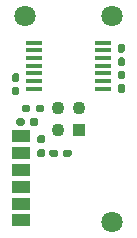
<source format=gbr>
%TF.GenerationSoftware,KiCad,Pcbnew,(5.1.8)-1*%
%TF.CreationDate,2021-09-13T15:45:39-04:00*%
%TF.ProjectId,IR_TEMP_V1,49525f54-454d-4505-9f56-312e6b696361,rev?*%
%TF.SameCoordinates,Original*%
%TF.FileFunction,Soldermask,Top*%
%TF.FilePolarity,Negative*%
%FSLAX46Y46*%
G04 Gerber Fmt 4.6, Leading zero omitted, Abs format (unit mm)*
G04 Created by KiCad (PCBNEW (5.1.8)-1) date 2021-09-13 15:45:39*
%MOMM*%
%LPD*%
G01*
G04 APERTURE LIST*
%ADD10C,1.800000*%
%ADD11R,1.500000X1.000000*%
%ADD12C,1.100000*%
%ADD13R,1.100000X1.100000*%
%ADD14R,1.475000X0.450000*%
G04 APERTURE END LIST*
D10*
%TO.C,H3*%
X117700000Y-72700000D03*
%TD*%
%TO.C,H2*%
X117700000Y-55300000D03*
%TD*%
%TO.C,H1*%
X110300000Y-55300000D03*
%TD*%
D11*
%TO.C,J6*%
X109940000Y-71166000D03*
%TD*%
%TO.C,J5*%
X109940000Y-69742000D03*
%TD*%
%TO.C,J4*%
X109940000Y-66894000D03*
%TD*%
%TO.C,J3*%
X109940000Y-68318000D03*
%TD*%
%TO.C,J2*%
X109940000Y-72590000D03*
%TD*%
%TO.C,J1*%
X109940000Y-65470000D03*
%TD*%
D12*
%TO.C,U1*%
X114898022Y-63101978D03*
X113101978Y-63101978D03*
X113101978Y-64898022D03*
D13*
X114898022Y-64898022D03*
%TD*%
D14*
%TO.C,IC1*%
X111052000Y-61430000D03*
X111052000Y-60780000D03*
X111052000Y-60130000D03*
X111052000Y-59480000D03*
X111052000Y-58830000D03*
X111052000Y-58180000D03*
X111052000Y-57530000D03*
X116928000Y-57530000D03*
X116928000Y-58180000D03*
X116928000Y-58830000D03*
X116928000Y-59480000D03*
X116928000Y-60130000D03*
X116928000Y-60780000D03*
X116928000Y-61430000D03*
%TD*%
%TO.C,C1*%
G36*
G01*
X111435000Y-64105000D02*
X111435000Y-64415000D01*
G75*
G02*
X111280000Y-64570000I-155000J0D01*
G01*
X110855000Y-64570000D01*
G75*
G02*
X110700000Y-64415000I0J155000D01*
G01*
X110700000Y-64105000D01*
G75*
G02*
X110855000Y-63950000I155000J0D01*
G01*
X111280000Y-63950000D01*
G75*
G02*
X111435000Y-64105000I0J-155000D01*
G01*
G37*
G36*
G01*
X110300000Y-64105000D02*
X110300000Y-64415000D01*
G75*
G02*
X110145000Y-64570000I-155000J0D01*
G01*
X109720000Y-64570000D01*
G75*
G02*
X109565000Y-64415000I0J155000D01*
G01*
X109565000Y-64105000D01*
G75*
G02*
X109720000Y-63950000I155000J0D01*
G01*
X110145000Y-63950000D01*
G75*
G02*
X110300000Y-64105000I0J-155000D01*
G01*
G37*
%TD*%
%TO.C,C2*%
G36*
G01*
X109365000Y-61270000D02*
X109675000Y-61270000D01*
G75*
G02*
X109830000Y-61425000I0J-155000D01*
G01*
X109830000Y-61850000D01*
G75*
G02*
X109675000Y-62005000I-155000J0D01*
G01*
X109365000Y-62005000D01*
G75*
G02*
X109210000Y-61850000I0J155000D01*
G01*
X109210000Y-61425000D01*
G75*
G02*
X109365000Y-61270000I155000J0D01*
G01*
G37*
G36*
G01*
X109365000Y-60135000D02*
X109675000Y-60135000D01*
G75*
G02*
X109830000Y-60290000I0J-155000D01*
G01*
X109830000Y-60715000D01*
G75*
G02*
X109675000Y-60870000I-155000J0D01*
G01*
X109365000Y-60870000D01*
G75*
G02*
X109210000Y-60715000I0J155000D01*
G01*
X109210000Y-60290000D01*
G75*
G02*
X109365000Y-60135000I155000J0D01*
G01*
G37*
%TD*%
%TO.C,C3*%
G36*
G01*
X118325000Y-59925000D02*
X118635000Y-59925000D01*
G75*
G02*
X118790000Y-60080000I0J-155000D01*
G01*
X118790000Y-60505000D01*
G75*
G02*
X118635000Y-60660000I-155000J0D01*
G01*
X118325000Y-60660000D01*
G75*
G02*
X118170000Y-60505000I0J155000D01*
G01*
X118170000Y-60080000D01*
G75*
G02*
X118325000Y-59925000I155000J0D01*
G01*
G37*
G36*
G01*
X118325000Y-61060000D02*
X118635000Y-61060000D01*
G75*
G02*
X118790000Y-61215000I0J-155000D01*
G01*
X118790000Y-61640000D01*
G75*
G02*
X118635000Y-61795000I-155000J0D01*
G01*
X118325000Y-61795000D01*
G75*
G02*
X118170000Y-61640000I0J155000D01*
G01*
X118170000Y-61215000D01*
G75*
G02*
X118325000Y-61060000I155000J0D01*
G01*
G37*
%TD*%
%TO.C,C4*%
G36*
G01*
X118325000Y-58790000D02*
X118635000Y-58790000D01*
G75*
G02*
X118790000Y-58945000I0J-155000D01*
G01*
X118790000Y-59370000D01*
G75*
G02*
X118635000Y-59525000I-155000J0D01*
G01*
X118325000Y-59525000D01*
G75*
G02*
X118170000Y-59370000I0J155000D01*
G01*
X118170000Y-58945000D01*
G75*
G02*
X118325000Y-58790000I155000J0D01*
G01*
G37*
G36*
G01*
X118325000Y-57655000D02*
X118635000Y-57655000D01*
G75*
G02*
X118790000Y-57810000I0J-155000D01*
G01*
X118790000Y-58235000D01*
G75*
G02*
X118635000Y-58390000I-155000J0D01*
G01*
X118325000Y-58390000D01*
G75*
G02*
X118170000Y-58235000I0J155000D01*
G01*
X118170000Y-57810000D01*
G75*
G02*
X118325000Y-57655000I155000J0D01*
G01*
G37*
%TD*%
%TO.C,C5*%
G36*
G01*
X112385000Y-67055000D02*
X112385000Y-66745000D01*
G75*
G02*
X112540000Y-66590000I155000J0D01*
G01*
X112965000Y-66590000D01*
G75*
G02*
X113120000Y-66745000I0J-155000D01*
G01*
X113120000Y-67055000D01*
G75*
G02*
X112965000Y-67210000I-155000J0D01*
G01*
X112540000Y-67210000D01*
G75*
G02*
X112385000Y-67055000I0J155000D01*
G01*
G37*
G36*
G01*
X113520000Y-67055000D02*
X113520000Y-66745000D01*
G75*
G02*
X113675000Y-66590000I155000J0D01*
G01*
X114100000Y-66590000D01*
G75*
G02*
X114255000Y-66745000I0J-155000D01*
G01*
X114255000Y-67055000D01*
G75*
G02*
X114100000Y-67210000I-155000J0D01*
G01*
X113675000Y-67210000D01*
G75*
G02*
X113520000Y-67055000I0J155000D01*
G01*
G37*
%TD*%
%TO.C,R1*%
G36*
G01*
X111220000Y-63260000D02*
X111220000Y-62940000D01*
G75*
G02*
X111380000Y-62780000I160000J0D01*
G01*
X111775000Y-62780000D01*
G75*
G02*
X111935000Y-62940000I0J-160000D01*
G01*
X111935000Y-63260000D01*
G75*
G02*
X111775000Y-63420000I-160000J0D01*
G01*
X111380000Y-63420000D01*
G75*
G02*
X111220000Y-63260000I0J160000D01*
G01*
G37*
G36*
G01*
X110025000Y-63260000D02*
X110025000Y-62940000D01*
G75*
G02*
X110185000Y-62780000I160000J0D01*
G01*
X110580000Y-62780000D01*
G75*
G02*
X110740000Y-62940000I0J-160000D01*
G01*
X110740000Y-63260000D01*
G75*
G02*
X110580000Y-63420000I-160000J0D01*
G01*
X110185000Y-63420000D01*
G75*
G02*
X110025000Y-63260000I0J160000D01*
G01*
G37*
%TD*%
%TO.C,R2*%
G36*
G01*
X111840000Y-67255000D02*
X111520000Y-67255000D01*
G75*
G02*
X111360000Y-67095000I0J160000D01*
G01*
X111360000Y-66700000D01*
G75*
G02*
X111520000Y-66540000I160000J0D01*
G01*
X111840000Y-66540000D01*
G75*
G02*
X112000000Y-66700000I0J-160000D01*
G01*
X112000000Y-67095000D01*
G75*
G02*
X111840000Y-67255000I-160000J0D01*
G01*
G37*
G36*
G01*
X111840000Y-66060000D02*
X111520000Y-66060000D01*
G75*
G02*
X111360000Y-65900000I0J160000D01*
G01*
X111360000Y-65505000D01*
G75*
G02*
X111520000Y-65345000I160000J0D01*
G01*
X111840000Y-65345000D01*
G75*
G02*
X112000000Y-65505000I0J-160000D01*
G01*
X112000000Y-65900000D01*
G75*
G02*
X111840000Y-66060000I-160000J0D01*
G01*
G37*
%TD*%
M02*

</source>
